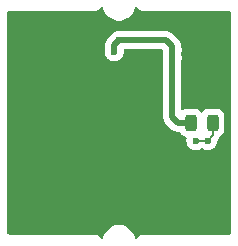
<source format=gbr>
%TF.GenerationSoftware,KiCad,Pcbnew,9.0.3*%
%TF.CreationDate,2025-07-16T23:37:23+02:00*%
%TF.ProjectId,ialightsens,69616c69-6768-4747-9365-6e732e6b6963,rev?*%
%TF.SameCoordinates,Original*%
%TF.FileFunction,Copper,L2,Bot*%
%TF.FilePolarity,Positive*%
%FSLAX46Y46*%
G04 Gerber Fmt 4.6, Leading zero omitted, Abs format (unit mm)*
G04 Created by KiCad (PCBNEW 9.0.3) date 2025-07-16 23:37:23*
%MOMM*%
%LPD*%
G01*
G04 APERTURE LIST*
G04 Aperture macros list*
%AMRoundRect*
0 Rectangle with rounded corners*
0 $1 Rounding radius*
0 $2 $3 $4 $5 $6 $7 $8 $9 X,Y pos of 4 corners*
0 Add a 4 corners polygon primitive as box body*
4,1,4,$2,$3,$4,$5,$6,$7,$8,$9,$2,$3,0*
0 Add four circle primitives for the rounded corners*
1,1,$1+$1,$2,$3*
1,1,$1+$1,$4,$5*
1,1,$1+$1,$6,$7*
1,1,$1+$1,$8,$9*
0 Add four rect primitives between the rounded corners*
20,1,$1+$1,$2,$3,$4,$5,0*
20,1,$1+$1,$4,$5,$6,$7,0*
20,1,$1+$1,$6,$7,$8,$9,0*
20,1,$1+$1,$8,$9,$2,$3,0*%
G04 Aperture macros list end*
%TA.AperFunction,SMDPad,CuDef*%
%ADD10RoundRect,0.243750X-0.243750X-0.456250X0.243750X-0.456250X0.243750X0.456250X-0.243750X0.456250X0*%
%TD*%
%TA.AperFunction,ViaPad*%
%ADD11C,0.600000*%
%TD*%
%TA.AperFunction,Conductor*%
%ADD12C,0.500000*%
%TD*%
%TA.AperFunction,Conductor*%
%ADD13C,0.200000*%
%TD*%
G04 APERTURE END LIST*
D10*
%TO.P,Q1,1,C*%
%TO.N,+3V3*%
X16062500Y-10000000D03*
%TO.P,Q1,2,E*%
%TO.N,Net-(Q1-E)*%
X17937500Y-10000000D03*
%TD*%
D11*
%TO.N,+3V3*%
X9595000Y-4000000D03*
X14500000Y-3799997D03*
X10000000Y-3000000D03*
X14500000Y-4500000D03*
%TO.N,GND*%
X2500000Y-11000000D03*
X6500000Y-3500000D03*
X15000000Y-17500000D03*
X6500000Y-2500000D03*
X2500000Y-7000000D03*
X10500000Y-8500000D03*
X2500000Y-9000000D03*
X16500000Y-17500000D03*
X6500000Y-4500000D03*
X4000000Y-18000000D03*
X5500000Y-2500000D03*
X17500000Y-7000000D03*
X5500000Y-18000000D03*
X2500000Y-18000000D03*
X11500000Y-8500000D03*
X4500000Y-2500000D03*
X2500000Y-12500000D03*
X18000000Y-17500000D03*
X16000000Y-7000000D03*
X12500000Y-8500000D03*
X12500000Y-7500000D03*
X10500000Y-7500000D03*
X11500000Y-7500000D03*
X6500000Y-5500000D03*
%TO.N,Net-(Q1-E)*%
X17500000Y-11500000D03*
X16500000Y-11500000D03*
%TD*%
D12*
%TO.N,+3V3*%
X10000000Y-3000000D02*
X9595000Y-3405000D01*
X9595000Y-3405000D02*
X9595000Y-4000000D01*
X14000000Y-3000000D02*
X10000000Y-3000000D01*
X14500000Y-3799997D02*
X14500000Y-3500000D01*
X14500000Y-3799997D02*
X14500000Y-9500000D01*
X14500000Y-9500000D02*
X15000000Y-10000000D01*
X15000000Y-10000000D02*
X16062500Y-10000000D01*
X14500000Y-3500000D02*
X14000000Y-3000000D01*
D13*
%TO.N,Net-(Q1-E)*%
X17937500Y-11062500D02*
X17500000Y-11500000D01*
X17937500Y-10000000D02*
X17937500Y-11062500D01*
X17500000Y-11500000D02*
X16500000Y-11500000D01*
%TD*%
%TA.AperFunction,Conductor*%
%TO.N,GND*%
G36*
X8629839Y-193381D02*
G01*
X8670367Y-250296D01*
X8675660Y-271454D01*
X8681339Y-307314D01*
X8682754Y-316243D01*
X8743119Y-502027D01*
X8748444Y-518414D01*
X8844951Y-707820D01*
X8969890Y-879786D01*
X9120213Y-1030109D01*
X9292179Y-1155048D01*
X9292181Y-1155049D01*
X9292184Y-1155051D01*
X9481588Y-1251557D01*
X9683757Y-1317246D01*
X9893713Y-1350500D01*
X9893714Y-1350500D01*
X10106286Y-1350500D01*
X10106287Y-1350500D01*
X10316243Y-1317246D01*
X10518412Y-1251557D01*
X10707816Y-1155051D01*
X10729789Y-1139086D01*
X10879786Y-1030109D01*
X10879788Y-1030106D01*
X10879792Y-1030104D01*
X11030104Y-879792D01*
X11030106Y-879788D01*
X11030109Y-879786D01*
X11155048Y-707820D01*
X11155047Y-707820D01*
X11155051Y-707816D01*
X11251557Y-518412D01*
X11317246Y-316243D01*
X11324340Y-271452D01*
X11354266Y-208321D01*
X11413577Y-171389D01*
X11483440Y-172385D01*
X11541673Y-210994D01*
X11554199Y-228851D01*
X11599500Y-307314D01*
X11692686Y-400500D01*
X11806814Y-466392D01*
X11934108Y-500500D01*
X12065892Y-500500D01*
X19134108Y-500500D01*
X19190243Y-500500D01*
X19209640Y-502027D01*
X19225080Y-504472D01*
X19273154Y-512086D01*
X19310046Y-524073D01*
X19358544Y-548783D01*
X19389929Y-571586D01*
X19428413Y-610070D01*
X19451217Y-641457D01*
X19475925Y-689950D01*
X19487913Y-726845D01*
X19497973Y-790358D01*
X19499500Y-809757D01*
X19499500Y-19190242D01*
X19497973Y-19209639D01*
X19497973Y-19209641D01*
X19487913Y-19273154D01*
X19475925Y-19310049D01*
X19451217Y-19358542D01*
X19428413Y-19389929D01*
X19389929Y-19428413D01*
X19358542Y-19451217D01*
X19310049Y-19475925D01*
X19273154Y-19487913D01*
X19235734Y-19493840D01*
X19209639Y-19497973D01*
X19190243Y-19499500D01*
X11934106Y-19499500D01*
X11806813Y-19533608D01*
X11806810Y-19533609D01*
X11692684Y-19599500D01*
X11625793Y-19666390D01*
X11625794Y-19666391D01*
X11599499Y-19692686D01*
X11554199Y-19771147D01*
X11503631Y-19819362D01*
X11435024Y-19832584D01*
X11370159Y-19806616D01*
X11329631Y-19749701D01*
X11324341Y-19728556D01*
X11317246Y-19683757D01*
X11251557Y-19481588D01*
X11155051Y-19292184D01*
X11155049Y-19292181D01*
X11155048Y-19292179D01*
X11030109Y-19120213D01*
X10879786Y-18969890D01*
X10707820Y-18844951D01*
X10518414Y-18748444D01*
X10518413Y-18748443D01*
X10518412Y-18748443D01*
X10316243Y-18682754D01*
X10316241Y-18682753D01*
X10316240Y-18682753D01*
X10154957Y-18657208D01*
X10106287Y-18649500D01*
X9893713Y-18649500D01*
X9845042Y-18657208D01*
X9683760Y-18682753D01*
X9481585Y-18748444D01*
X9292179Y-18844951D01*
X9120213Y-18969890D01*
X8969890Y-19120213D01*
X8844951Y-19292179D01*
X8748444Y-19481585D01*
X8682753Y-19683758D01*
X8675660Y-19728543D01*
X8665719Y-19749510D01*
X8660068Y-19772011D01*
X8651036Y-19780484D01*
X8645730Y-19791677D01*
X8626031Y-19803942D01*
X8609112Y-19819815D01*
X8596932Y-19822060D01*
X8586418Y-19828607D01*
X8563218Y-19828275D01*
X8540401Y-19832482D01*
X8528940Y-19827785D01*
X8516555Y-19827609D01*
X8497215Y-19814785D01*
X8475748Y-19805989D01*
X8464884Y-19793348D01*
X8458323Y-19788998D01*
X8451600Y-19780250D01*
X8448507Y-19775831D01*
X8400503Y-19692686D01*
X8374209Y-19666392D01*
X8307318Y-19599500D01*
X8193189Y-19533608D01*
X8065896Y-19499500D01*
X8065895Y-19499500D01*
X809757Y-19499500D01*
X790360Y-19497973D01*
X749549Y-19491509D01*
X726845Y-19487913D01*
X689950Y-19475925D01*
X641457Y-19451217D01*
X610070Y-19428413D01*
X571586Y-19389929D01*
X548782Y-19358542D01*
X524073Y-19310046D01*
X512086Y-19273152D01*
X502027Y-19209639D01*
X500500Y-19190242D01*
X500500Y-3921158D01*
X8794500Y-3921158D01*
X8794500Y-3929001D01*
X8794500Y-4078846D01*
X8825261Y-4233489D01*
X8825264Y-4233501D01*
X8885602Y-4379172D01*
X8885609Y-4379185D01*
X8973210Y-4510288D01*
X8973213Y-4510292D01*
X9084707Y-4621786D01*
X9084711Y-4621789D01*
X9215814Y-4709390D01*
X9215827Y-4709397D01*
X9331117Y-4757151D01*
X9361503Y-4769737D01*
X9516153Y-4800499D01*
X9516156Y-4800500D01*
X9516158Y-4800500D01*
X9673844Y-4800500D01*
X9673845Y-4800499D01*
X9828497Y-4769737D01*
X9974179Y-4709394D01*
X10105289Y-4621789D01*
X10216789Y-4510289D01*
X10304394Y-4379179D01*
X10364737Y-4233497D01*
X10395500Y-4078842D01*
X10395500Y-3921158D01*
X10391031Y-3898690D01*
X10397260Y-3829099D01*
X10440123Y-3773922D01*
X10506013Y-3750678D01*
X10512649Y-3750500D01*
X13575500Y-3750500D01*
X13642539Y-3770185D01*
X13688294Y-3822989D01*
X13696672Y-3848170D01*
X13699500Y-3861184D01*
X13699500Y-3878839D01*
X13730263Y-4033494D01*
X13744312Y-4067412D01*
X13746672Y-4078271D01*
X13746033Y-4087172D01*
X13749500Y-4104601D01*
X13749500Y-4195396D01*
X13740062Y-4242844D01*
X13730263Y-4266503D01*
X13730262Y-4266506D01*
X13730260Y-4266511D01*
X13699500Y-4421153D01*
X13699500Y-4578846D01*
X13730261Y-4733489D01*
X13730263Y-4733497D01*
X13740061Y-4757151D01*
X13749500Y-4804604D01*
X13749500Y-9573918D01*
X13749500Y-9573920D01*
X13749499Y-9573920D01*
X13778340Y-9718907D01*
X13778343Y-9718917D01*
X13834914Y-9855492D01*
X13867812Y-9904727D01*
X13867813Y-9904730D01*
X13917046Y-9978414D01*
X13917052Y-9978421D01*
X14521584Y-10582952D01*
X14521586Y-10582954D01*
X14551058Y-10602645D01*
X14595270Y-10632186D01*
X14644505Y-10665084D01*
X14644506Y-10665084D01*
X14644507Y-10665085D01*
X14644509Y-10665086D01*
X14781082Y-10721656D01*
X14781087Y-10721658D01*
X14781091Y-10721658D01*
X14781092Y-10721659D01*
X14926079Y-10750500D01*
X14926082Y-10750500D01*
X14926083Y-10750500D01*
X15056600Y-10750500D01*
X15123639Y-10770185D01*
X15162136Y-10809400D01*
X15230972Y-10920999D01*
X15230975Y-10921004D01*
X15353996Y-11044025D01*
X15354000Y-11044028D01*
X15502066Y-11135357D01*
X15502069Y-11135358D01*
X15502075Y-11135362D01*
X15636640Y-11179952D01*
X15694085Y-11219725D01*
X15720908Y-11284240D01*
X15719253Y-11321849D01*
X15699500Y-11421153D01*
X15699500Y-11578846D01*
X15730261Y-11733489D01*
X15730264Y-11733501D01*
X15790602Y-11879172D01*
X15790609Y-11879185D01*
X15878210Y-12010288D01*
X15878213Y-12010292D01*
X15989707Y-12121786D01*
X15989711Y-12121789D01*
X16120814Y-12209390D01*
X16120827Y-12209397D01*
X16266498Y-12269735D01*
X16266503Y-12269737D01*
X16421153Y-12300499D01*
X16421156Y-12300500D01*
X16421158Y-12300500D01*
X16578844Y-12300500D01*
X16578845Y-12300499D01*
X16733497Y-12269737D01*
X16879179Y-12209394D01*
X16931110Y-12174694D01*
X16997785Y-12153816D01*
X17065165Y-12172300D01*
X17068863Y-12174676D01*
X17120821Y-12209394D01*
X17120823Y-12209395D01*
X17120825Y-12209396D01*
X17266498Y-12269735D01*
X17266503Y-12269737D01*
X17421153Y-12300499D01*
X17421156Y-12300500D01*
X17421158Y-12300500D01*
X17578844Y-12300500D01*
X17578845Y-12300499D01*
X17733497Y-12269737D01*
X17879179Y-12209394D01*
X18010289Y-12121789D01*
X18121789Y-12010289D01*
X18209394Y-11879179D01*
X18269737Y-11733497D01*
X18300500Y-11578842D01*
X18300500Y-11578840D01*
X18300637Y-11578152D01*
X18333021Y-11516241D01*
X18334462Y-11514773D01*
X18418020Y-11431216D01*
X18497077Y-11294284D01*
X18535174Y-11152101D01*
X18571536Y-11092446D01*
X18589844Y-11078665D01*
X18646003Y-11044026D01*
X18769026Y-10921003D01*
X18860362Y-10772925D01*
X18915087Y-10607775D01*
X18925500Y-10505848D01*
X18925500Y-9494152D01*
X18915087Y-9392225D01*
X18860362Y-9227075D01*
X18860358Y-9227069D01*
X18860357Y-9227066D01*
X18769028Y-9079000D01*
X18769025Y-9078996D01*
X18646003Y-8955974D01*
X18645999Y-8955971D01*
X18497933Y-8864642D01*
X18497927Y-8864639D01*
X18497925Y-8864638D01*
X18444848Y-8847050D01*
X18332776Y-8809913D01*
X18230855Y-8799500D01*
X18230848Y-8799500D01*
X17644152Y-8799500D01*
X17644144Y-8799500D01*
X17542223Y-8809913D01*
X17377077Y-8864637D01*
X17377066Y-8864642D01*
X17229000Y-8955971D01*
X17228996Y-8955974D01*
X17105974Y-9078996D01*
X17105971Y-9079000D01*
X17105538Y-9079703D01*
X17105114Y-9080083D01*
X17101493Y-9084664D01*
X17100710Y-9084045D01*
X17053590Y-9126428D01*
X16984628Y-9137649D01*
X16920546Y-9109806D01*
X16898657Y-9084544D01*
X16898507Y-9084664D01*
X16895859Y-9081315D01*
X16894462Y-9079703D01*
X16894028Y-9079000D01*
X16894025Y-9078996D01*
X16771003Y-8955974D01*
X16770999Y-8955971D01*
X16622933Y-8864642D01*
X16622927Y-8864639D01*
X16622925Y-8864638D01*
X16569848Y-8847050D01*
X16457776Y-8809913D01*
X16355855Y-8799500D01*
X16355848Y-8799500D01*
X15769152Y-8799500D01*
X15769144Y-8799500D01*
X15667223Y-8809913D01*
X15502077Y-8864637D01*
X15502072Y-8864639D01*
X15439597Y-8903175D01*
X15372204Y-8921615D01*
X15305541Y-8900692D01*
X15260771Y-8847050D01*
X15250500Y-8797636D01*
X15250500Y-4804604D01*
X15259939Y-4757151D01*
X15269737Y-4733497D01*
X15300500Y-4578842D01*
X15300500Y-4421158D01*
X15300500Y-4421155D01*
X15300499Y-4421153D01*
X15269739Y-4266511D01*
X15269738Y-4266508D01*
X15269737Y-4266503D01*
X15259937Y-4242844D01*
X15258311Y-4234670D01*
X15255523Y-4230331D01*
X15250500Y-4195396D01*
X15250500Y-4104601D01*
X15259939Y-4057148D01*
X15269737Y-4033494D01*
X15300500Y-3878839D01*
X15300500Y-3721155D01*
X15300500Y-3721152D01*
X15300499Y-3721150D01*
X15269739Y-3566508D01*
X15269738Y-3566505D01*
X15269737Y-3566500D01*
X15259937Y-3542841D01*
X15250500Y-3495393D01*
X15250500Y-3426079D01*
X15221659Y-3281092D01*
X15221658Y-3281091D01*
X15221658Y-3281087D01*
X15165084Y-3144505D01*
X15129068Y-3090603D01*
X15129067Y-3090601D01*
X15129066Y-3090599D01*
X15082953Y-3021585D01*
X15082947Y-3021578D01*
X14478421Y-2417052D01*
X14478414Y-2417046D01*
X14404729Y-2367812D01*
X14404729Y-2367813D01*
X14355491Y-2334913D01*
X14218917Y-2278343D01*
X14218907Y-2278340D01*
X14073920Y-2249500D01*
X14073918Y-2249500D01*
X10304604Y-2249500D01*
X10257155Y-2240062D01*
X10233497Y-2230263D01*
X10233493Y-2230262D01*
X10233488Y-2230260D01*
X10078845Y-2199500D01*
X10078842Y-2199500D01*
X9921158Y-2199500D01*
X9921155Y-2199500D01*
X9766510Y-2230261D01*
X9766498Y-2230264D01*
X9620827Y-2290602D01*
X9620814Y-2290609D01*
X9489711Y-2378210D01*
X9489707Y-2378213D01*
X9378213Y-2489707D01*
X9378210Y-2489711D01*
X9290609Y-2620814D01*
X9290603Y-2620826D01*
X9280806Y-2644478D01*
X9253927Y-2684704D01*
X9012052Y-2926578D01*
X9012046Y-2926585D01*
X8963329Y-2999496D01*
X8963330Y-2999497D01*
X8929914Y-3049508D01*
X8873343Y-3186082D01*
X8873340Y-3186092D01*
X8844500Y-3331079D01*
X8844500Y-3695396D01*
X8843049Y-3702687D01*
X8841408Y-3722916D01*
X8839079Y-3733147D01*
X8825263Y-3766503D01*
X8794500Y-3921158D01*
X500500Y-3921158D01*
X500500Y-809758D01*
X502027Y-790360D01*
X510936Y-734109D01*
X512087Y-726845D01*
X524072Y-689955D01*
X548786Y-641452D01*
X571585Y-610073D01*
X610073Y-571585D01*
X641452Y-548786D01*
X689955Y-524072D01*
X726846Y-512086D01*
X790360Y-502026D01*
X809758Y-500500D01*
X8065890Y-500500D01*
X8065892Y-500500D01*
X8193186Y-466392D01*
X8307314Y-400500D01*
X8400500Y-307314D01*
X8445800Y-228851D01*
X8496367Y-180636D01*
X8564974Y-167413D01*
X8629839Y-193381D01*
G37*
%TD.AperFunction*%
%TD*%
M02*

</source>
